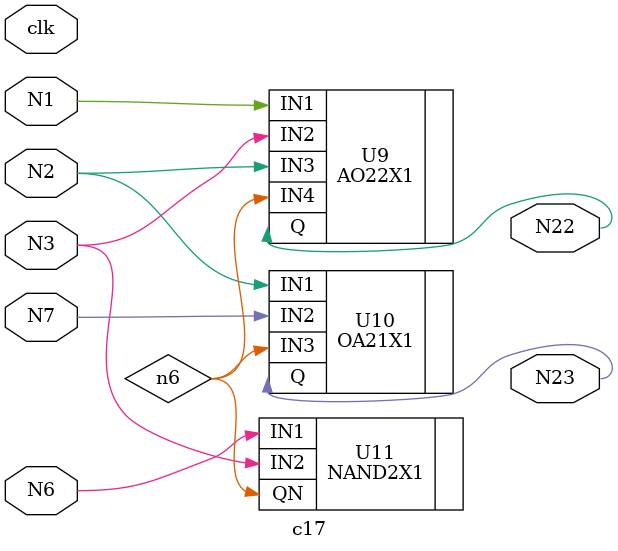
<source format=v>

module c17 ( clk, N1, N2, N3, N6, N7, N23, N22 );
  input clk, N1, N2, N3, N6, N7;
  output N23, N22;
  wire   n6;

  AO22X1 U9 ( .IN1(N1), .IN2(N3), .IN3(N2), .IN4(n6), .Q(N22) );
  OA21X1 U10 ( .IN1(N2), .IN2(N7), .IN3(n6), .Q(N23) );
  NAND2X1 U11 ( .IN1(N6), .IN2(N3), .QN(n6) );
endmodule


</source>
